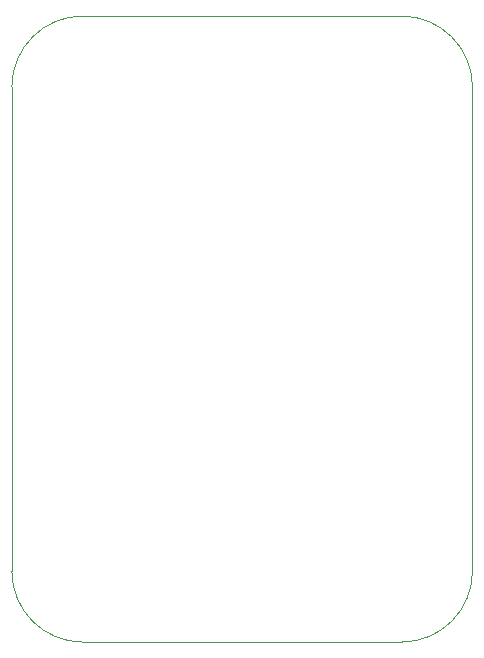
<source format=gbr>
G04 #@! TF.GenerationSoftware,KiCad,Pcbnew,5.1.6-c6e7f7d~87~ubuntu18.04.1*
G04 #@! TF.CreationDate,2021-01-11T12:45:55+00:00*
G04 #@! TF.ProjectId,vary_resistance,76617279-5f72-4657-9369-7374616e6365,rev?*
G04 #@! TF.SameCoordinates,Original*
G04 #@! TF.FileFunction,Profile,NP*
%FSLAX46Y46*%
G04 Gerber Fmt 4.6, Leading zero omitted, Abs format (unit mm)*
G04 Created by KiCad (PCBNEW 5.1.6-c6e7f7d~87~ubuntu18.04.1) date 2021-01-11 12:45:55*
%MOMM*%
%LPD*%
G01*
G04 APERTURE LIST*
G04 #@! TA.AperFunction,Profile*
%ADD10C,0.050000*%
G04 #@! TD*
G04 APERTURE END LIST*
D10*
X167000000Y-103000000D02*
G75*
G02*
X161000000Y-97000000I0J6000000D01*
G01*
X200000000Y-97000000D02*
G75*
G02*
X194000000Y-103000000I-6000000J0D01*
G01*
X161000000Y-56000000D02*
G75*
G02*
X167000000Y-50000000I6000000J0D01*
G01*
X194000000Y-50000000D02*
G75*
G02*
X200000000Y-56000000I0J-6000000D01*
G01*
X161000000Y-97000000D02*
X161000000Y-56000000D01*
X200000000Y-97000000D02*
X200000000Y-56000000D01*
X167000000Y-103000000D02*
X194000000Y-103000000D01*
X194000000Y-50000000D02*
X167000000Y-50000000D01*
M02*

</source>
